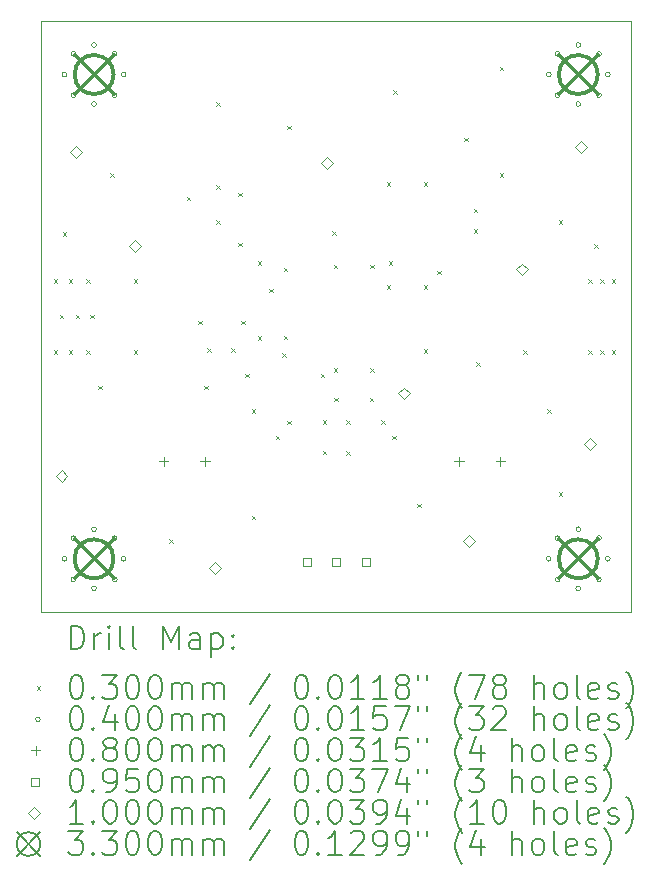
<source format=gbr>
%TF.GenerationSoftware,KiCad,Pcbnew,6.0.7-f9a2dced07~116~ubuntu20.04.1*%
%TF.CreationDate,2022-10-06T22:19:13-07:00*%
%TF.ProjectId,test-amp,74657374-2d61-46d7-902e-6b696361645f,rev?*%
%TF.SameCoordinates,Original*%
%TF.FileFunction,Drillmap*%
%TF.FilePolarity,Positive*%
%FSLAX45Y45*%
G04 Gerber Fmt 4.5, Leading zero omitted, Abs format (unit mm)*
G04 Created by KiCad (PCBNEW 6.0.7-f9a2dced07~116~ubuntu20.04.1) date 2022-10-06 22:19:13*
%MOMM*%
%LPD*%
G01*
G04 APERTURE LIST*
%ADD10C,0.100000*%
%ADD11C,0.200000*%
%ADD12C,0.030000*%
%ADD13C,0.040000*%
%ADD14C,0.080000*%
%ADD15C,0.095000*%
%ADD16C,0.330000*%
G04 APERTURE END LIST*
D10*
X15000000Y-7500000D02*
X15000000Y-12500000D01*
X20000000Y-7500000D02*
X15000000Y-7500000D01*
X20000000Y-12500000D02*
X20000000Y-7500000D01*
X15000000Y-12500000D02*
X20000000Y-12500000D01*
D11*
D12*
X15110000Y-9685000D02*
X15140000Y-9715000D01*
X15140000Y-9685000D02*
X15110000Y-9715000D01*
X15110000Y-10285000D02*
X15140000Y-10315000D01*
X15140000Y-10285000D02*
X15110000Y-10315000D01*
X15160000Y-9985000D02*
X15190000Y-10015000D01*
X15190000Y-9985000D02*
X15160000Y-10015000D01*
X15185000Y-9285000D02*
X15215000Y-9315000D01*
X15215000Y-9285000D02*
X15185000Y-9315000D01*
X15235000Y-9685000D02*
X15265000Y-9715000D01*
X15265000Y-9685000D02*
X15235000Y-9715000D01*
X15235000Y-10285000D02*
X15265000Y-10315000D01*
X15265000Y-10285000D02*
X15235000Y-10315000D01*
X15295000Y-9985000D02*
X15325000Y-10015000D01*
X15325000Y-9985000D02*
X15295000Y-10015000D01*
X15385000Y-9685000D02*
X15415000Y-9715000D01*
X15415000Y-9685000D02*
X15385000Y-9715000D01*
X15385000Y-10285000D02*
X15415000Y-10315000D01*
X15415000Y-10285000D02*
X15385000Y-10315000D01*
X15420000Y-9985000D02*
X15450000Y-10015000D01*
X15450000Y-9985000D02*
X15420000Y-10015000D01*
X15485000Y-10585000D02*
X15515000Y-10615000D01*
X15515000Y-10585000D02*
X15485000Y-10615000D01*
X15585000Y-8785000D02*
X15615000Y-8815000D01*
X15615000Y-8785000D02*
X15585000Y-8815000D01*
X15785000Y-9685000D02*
X15815000Y-9715000D01*
X15815000Y-9685000D02*
X15785000Y-9715000D01*
X15785000Y-10285000D02*
X15815000Y-10315000D01*
X15815000Y-10285000D02*
X15785000Y-10315000D01*
X16085000Y-11885000D02*
X16115000Y-11915000D01*
X16115000Y-11885000D02*
X16085000Y-11915000D01*
X16235000Y-8985000D02*
X16265000Y-9015000D01*
X16265000Y-8985000D02*
X16235000Y-9015000D01*
X16330000Y-10035000D02*
X16360000Y-10065000D01*
X16360000Y-10035000D02*
X16330000Y-10065000D01*
X16385000Y-10585000D02*
X16415000Y-10615000D01*
X16415000Y-10585000D02*
X16385000Y-10615000D01*
X16410000Y-10265000D02*
X16440000Y-10295000D01*
X16440000Y-10265000D02*
X16410000Y-10295000D01*
X16485000Y-8185000D02*
X16515000Y-8215000D01*
X16515000Y-8185000D02*
X16485000Y-8215000D01*
X16485000Y-8885000D02*
X16515000Y-8915000D01*
X16515000Y-8885000D02*
X16485000Y-8915000D01*
X16485000Y-9185000D02*
X16515000Y-9215000D01*
X16515000Y-9185000D02*
X16485000Y-9215000D01*
X16610000Y-10265000D02*
X16640000Y-10295000D01*
X16640000Y-10265000D02*
X16610000Y-10295000D01*
X16670000Y-8950000D02*
X16700000Y-8980000D01*
X16700000Y-8950000D02*
X16670000Y-8980000D01*
X16670000Y-9375000D02*
X16700000Y-9405000D01*
X16700000Y-9375000D02*
X16670000Y-9405000D01*
X16695000Y-10035000D02*
X16725000Y-10065000D01*
X16725000Y-10035000D02*
X16695000Y-10065000D01*
X16730000Y-10485000D02*
X16760000Y-10515000D01*
X16760000Y-10485000D02*
X16730000Y-10515000D01*
X16785000Y-10785000D02*
X16815000Y-10815000D01*
X16815000Y-10785000D02*
X16785000Y-10815000D01*
X16785000Y-11685000D02*
X16815000Y-11715000D01*
X16815000Y-11685000D02*
X16785000Y-11715000D01*
X16835000Y-9530000D02*
X16865000Y-9560000D01*
X16865000Y-9530000D02*
X16835000Y-9560000D01*
X16835000Y-10165000D02*
X16865000Y-10195000D01*
X16865000Y-10165000D02*
X16835000Y-10195000D01*
X16935000Y-9765000D02*
X16965000Y-9795000D01*
X16965000Y-9765000D02*
X16935000Y-9795000D01*
X16990000Y-11010000D02*
X17020000Y-11040000D01*
X17020000Y-11010000D02*
X16990000Y-11040000D01*
X17045000Y-10310000D02*
X17075000Y-10340000D01*
X17075000Y-10310000D02*
X17045000Y-10340000D01*
X17055000Y-9585000D02*
X17085000Y-9615000D01*
X17085000Y-9585000D02*
X17055000Y-9615000D01*
X17055000Y-10160000D02*
X17085000Y-10190000D01*
X17085000Y-10160000D02*
X17055000Y-10190000D01*
X17085000Y-8385000D02*
X17115000Y-8415000D01*
X17115000Y-8385000D02*
X17085000Y-8415000D01*
X17085000Y-10880000D02*
X17115000Y-10910000D01*
X17115000Y-10880000D02*
X17085000Y-10910000D01*
X17370000Y-10485000D02*
X17400000Y-10515000D01*
X17400000Y-10485000D02*
X17370000Y-10515000D01*
X17385000Y-10875000D02*
X17415000Y-10905000D01*
X17415000Y-10875000D02*
X17385000Y-10905000D01*
X17385000Y-11135000D02*
X17415000Y-11165000D01*
X17415000Y-11135000D02*
X17385000Y-11165000D01*
X17465000Y-9275000D02*
X17495000Y-9305000D01*
X17495000Y-9275000D02*
X17465000Y-9305000D01*
X17480000Y-9560000D02*
X17510000Y-9590000D01*
X17510000Y-9560000D02*
X17480000Y-9590000D01*
X17480000Y-10435000D02*
X17510000Y-10465000D01*
X17510000Y-10435000D02*
X17480000Y-10465000D01*
X17485000Y-10685000D02*
X17515000Y-10715000D01*
X17515000Y-10685000D02*
X17485000Y-10715000D01*
X17585000Y-10875000D02*
X17615000Y-10905000D01*
X17615000Y-10875000D02*
X17585000Y-10905000D01*
X17585000Y-11140000D02*
X17615000Y-11170000D01*
X17615000Y-11140000D02*
X17585000Y-11170000D01*
X17785000Y-10685000D02*
X17815000Y-10715000D01*
X17815000Y-10685000D02*
X17785000Y-10715000D01*
X17790000Y-9560000D02*
X17820000Y-9590000D01*
X17820000Y-9560000D02*
X17790000Y-9590000D01*
X17790000Y-10435000D02*
X17820000Y-10465000D01*
X17820000Y-10435000D02*
X17790000Y-10465000D01*
X17880000Y-10875000D02*
X17910000Y-10905000D01*
X17910000Y-10875000D02*
X17880000Y-10905000D01*
X17930000Y-8860000D02*
X17960000Y-8890000D01*
X17960000Y-8860000D02*
X17930000Y-8890000D01*
X17930000Y-9735000D02*
X17960000Y-9765000D01*
X17960000Y-9735000D02*
X17930000Y-9765000D01*
X17945000Y-9530000D02*
X17975000Y-9560000D01*
X17975000Y-9530000D02*
X17945000Y-9560000D01*
X17975000Y-11010000D02*
X18005000Y-11040000D01*
X18005000Y-11010000D02*
X17975000Y-11040000D01*
X17985000Y-8085000D02*
X18015000Y-8115000D01*
X18015000Y-8085000D02*
X17985000Y-8115000D01*
X18185000Y-11585000D02*
X18215000Y-11615000D01*
X18215000Y-11585000D02*
X18185000Y-11615000D01*
X18240000Y-8860000D02*
X18270000Y-8890000D01*
X18270000Y-8860000D02*
X18240000Y-8890000D01*
X18240000Y-9735000D02*
X18270000Y-9765000D01*
X18270000Y-9735000D02*
X18240000Y-9765000D01*
X18240000Y-10275000D02*
X18270000Y-10305000D01*
X18270000Y-10275000D02*
X18240000Y-10305000D01*
X18355000Y-9610000D02*
X18385000Y-9640000D01*
X18385000Y-9610000D02*
X18355000Y-9640000D01*
X18585000Y-8485000D02*
X18615000Y-8515000D01*
X18615000Y-8485000D02*
X18585000Y-8515000D01*
X18665000Y-9085000D02*
X18695000Y-9115000D01*
X18695000Y-9085000D02*
X18665000Y-9115000D01*
X18665000Y-9260000D02*
X18695000Y-9290000D01*
X18695000Y-9260000D02*
X18665000Y-9290000D01*
X18685000Y-10385000D02*
X18715000Y-10415000D01*
X18715000Y-10385000D02*
X18685000Y-10415000D01*
X18885000Y-7885000D02*
X18915000Y-7915000D01*
X18915000Y-7885000D02*
X18885000Y-7915000D01*
X18885000Y-8785000D02*
X18915000Y-8815000D01*
X18915000Y-8785000D02*
X18885000Y-8815000D01*
X19085000Y-10285000D02*
X19115000Y-10315000D01*
X19115000Y-10285000D02*
X19085000Y-10315000D01*
X19285000Y-10785000D02*
X19315000Y-10815000D01*
X19315000Y-10785000D02*
X19285000Y-10815000D01*
X19385000Y-9185000D02*
X19415000Y-9215000D01*
X19415000Y-9185000D02*
X19385000Y-9215000D01*
X19385000Y-11485000D02*
X19415000Y-11515000D01*
X19415000Y-11485000D02*
X19385000Y-11515000D01*
X19635000Y-9685000D02*
X19665000Y-9715000D01*
X19665000Y-9685000D02*
X19635000Y-9715000D01*
X19635000Y-10285000D02*
X19665000Y-10315000D01*
X19665000Y-10285000D02*
X19635000Y-10315000D01*
X19685000Y-9385000D02*
X19715000Y-9415000D01*
X19715000Y-9385000D02*
X19685000Y-9415000D01*
X19735000Y-9685000D02*
X19765000Y-9715000D01*
X19765000Y-9685000D02*
X19735000Y-9715000D01*
X19735000Y-10285000D02*
X19765000Y-10315000D01*
X19765000Y-10285000D02*
X19735000Y-10315000D01*
X19835000Y-9685000D02*
X19865000Y-9715000D01*
X19865000Y-9685000D02*
X19835000Y-9715000D01*
X19835000Y-10285000D02*
X19865000Y-10315000D01*
X19865000Y-10285000D02*
X19835000Y-10315000D01*
D13*
X15220000Y-7950000D02*
G75*
G03*
X15220000Y-7950000I-20000J0D01*
G01*
X15220000Y-12050000D02*
G75*
G03*
X15220000Y-12050000I-20000J0D01*
G01*
X15295000Y-7775000D02*
G75*
G03*
X15295000Y-7775000I-20000J0D01*
G01*
X15295000Y-8125000D02*
G75*
G03*
X15295000Y-8125000I-20000J0D01*
G01*
X15295000Y-11875000D02*
G75*
G03*
X15295000Y-11875000I-20000J0D01*
G01*
X15295000Y-12225000D02*
G75*
G03*
X15295000Y-12225000I-20000J0D01*
G01*
X15470000Y-7700000D02*
G75*
G03*
X15470000Y-7700000I-20000J0D01*
G01*
X15470000Y-8200000D02*
G75*
G03*
X15470000Y-8200000I-20000J0D01*
G01*
X15470000Y-11800000D02*
G75*
G03*
X15470000Y-11800000I-20000J0D01*
G01*
X15470000Y-12300000D02*
G75*
G03*
X15470000Y-12300000I-20000J0D01*
G01*
X15645000Y-7775000D02*
G75*
G03*
X15645000Y-7775000I-20000J0D01*
G01*
X15645000Y-8125000D02*
G75*
G03*
X15645000Y-8125000I-20000J0D01*
G01*
X15645000Y-11875000D02*
G75*
G03*
X15645000Y-11875000I-20000J0D01*
G01*
X15645000Y-12225000D02*
G75*
G03*
X15645000Y-12225000I-20000J0D01*
G01*
X15720000Y-7950000D02*
G75*
G03*
X15720000Y-7950000I-20000J0D01*
G01*
X15720000Y-12050000D02*
G75*
G03*
X15720000Y-12050000I-20000J0D01*
G01*
X19320000Y-7950000D02*
G75*
G03*
X19320000Y-7950000I-20000J0D01*
G01*
X19320000Y-12050000D02*
G75*
G03*
X19320000Y-12050000I-20000J0D01*
G01*
X19395000Y-7775000D02*
G75*
G03*
X19395000Y-7775000I-20000J0D01*
G01*
X19395000Y-8125000D02*
G75*
G03*
X19395000Y-8125000I-20000J0D01*
G01*
X19395000Y-11875000D02*
G75*
G03*
X19395000Y-11875000I-20000J0D01*
G01*
X19395000Y-12225000D02*
G75*
G03*
X19395000Y-12225000I-20000J0D01*
G01*
X19570000Y-7700000D02*
G75*
G03*
X19570000Y-7700000I-20000J0D01*
G01*
X19570000Y-8200000D02*
G75*
G03*
X19570000Y-8200000I-20000J0D01*
G01*
X19570000Y-11800000D02*
G75*
G03*
X19570000Y-11800000I-20000J0D01*
G01*
X19570000Y-12300000D02*
G75*
G03*
X19570000Y-12300000I-20000J0D01*
G01*
X19745000Y-7775000D02*
G75*
G03*
X19745000Y-7775000I-20000J0D01*
G01*
X19745000Y-8125000D02*
G75*
G03*
X19745000Y-8125000I-20000J0D01*
G01*
X19745000Y-11875000D02*
G75*
G03*
X19745000Y-11875000I-20000J0D01*
G01*
X19745000Y-12225000D02*
G75*
G03*
X19745000Y-12225000I-20000J0D01*
G01*
X19820000Y-7950000D02*
G75*
G03*
X19820000Y-7950000I-20000J0D01*
G01*
X19820000Y-12050000D02*
G75*
G03*
X19820000Y-12050000I-20000J0D01*
G01*
D14*
X16040265Y-11185000D02*
X16040265Y-11265000D01*
X16000265Y-11225000D02*
X16080265Y-11225000D01*
X16390265Y-11185000D02*
X16390265Y-11265000D01*
X16350265Y-11225000D02*
X16430265Y-11225000D01*
X18540265Y-11185000D02*
X18540265Y-11265000D01*
X18500265Y-11225000D02*
X18580265Y-11225000D01*
X18890265Y-11185000D02*
X18890265Y-11265000D01*
X18850265Y-11225000D02*
X18930265Y-11225000D01*
D15*
X17283588Y-12108588D02*
X17283588Y-12041412D01*
X17216412Y-12041412D01*
X17216412Y-12108588D01*
X17283588Y-12108588D01*
X17533588Y-12108588D02*
X17533588Y-12041412D01*
X17466412Y-12041412D01*
X17466412Y-12108588D01*
X17533588Y-12108588D01*
X17783588Y-12108588D02*
X17783588Y-12041412D01*
X17716412Y-12041412D01*
X17716412Y-12108588D01*
X17783588Y-12108588D01*
D10*
X15175000Y-11400000D02*
X15225000Y-11350000D01*
X15175000Y-11300000D01*
X15125000Y-11350000D01*
X15175000Y-11400000D01*
X15295000Y-8655000D02*
X15345000Y-8605000D01*
X15295000Y-8555000D01*
X15245000Y-8605000D01*
X15295000Y-8655000D01*
X15800000Y-9450000D02*
X15850000Y-9400000D01*
X15800000Y-9350000D01*
X15750000Y-9400000D01*
X15800000Y-9450000D01*
X16475000Y-12175000D02*
X16525000Y-12125000D01*
X16475000Y-12075000D01*
X16425000Y-12125000D01*
X16475000Y-12175000D01*
X17425000Y-8750000D02*
X17475000Y-8700000D01*
X17425000Y-8650000D01*
X17375000Y-8700000D01*
X17425000Y-8750000D01*
X18075000Y-10700000D02*
X18125000Y-10650000D01*
X18075000Y-10600000D01*
X18025000Y-10650000D01*
X18075000Y-10700000D01*
X18625000Y-11950000D02*
X18675000Y-11900000D01*
X18625000Y-11850000D01*
X18575000Y-11900000D01*
X18625000Y-11950000D01*
X19075000Y-9650000D02*
X19125000Y-9600000D01*
X19075000Y-9550000D01*
X19025000Y-9600000D01*
X19075000Y-9650000D01*
X19575000Y-8615000D02*
X19625000Y-8565000D01*
X19575000Y-8515000D01*
X19525000Y-8565000D01*
X19575000Y-8615000D01*
X19650000Y-11125000D02*
X19700000Y-11075000D01*
X19650000Y-11025000D01*
X19600000Y-11075000D01*
X19650000Y-11125000D01*
D16*
X15285000Y-7785000D02*
X15615000Y-8115000D01*
X15615000Y-7785000D02*
X15285000Y-8115000D01*
X15615000Y-7950000D02*
G75*
G03*
X15615000Y-7950000I-165000J0D01*
G01*
X15285000Y-11885000D02*
X15615000Y-12215000D01*
X15615000Y-11885000D02*
X15285000Y-12215000D01*
X15615000Y-12050000D02*
G75*
G03*
X15615000Y-12050000I-165000J0D01*
G01*
X19385000Y-7785000D02*
X19715000Y-8115000D01*
X19715000Y-7785000D02*
X19385000Y-8115000D01*
X19715000Y-7950000D02*
G75*
G03*
X19715000Y-7950000I-165000J0D01*
G01*
X19385000Y-11885000D02*
X19715000Y-12215000D01*
X19715000Y-11885000D02*
X19385000Y-12215000D01*
X19715000Y-12050000D02*
G75*
G03*
X19715000Y-12050000I-165000J0D01*
G01*
D11*
X15252619Y-12815476D02*
X15252619Y-12615476D01*
X15300238Y-12615476D01*
X15328809Y-12625000D01*
X15347857Y-12644048D01*
X15357381Y-12663095D01*
X15366905Y-12701190D01*
X15366905Y-12729762D01*
X15357381Y-12767857D01*
X15347857Y-12786905D01*
X15328809Y-12805952D01*
X15300238Y-12815476D01*
X15252619Y-12815476D01*
X15452619Y-12815476D02*
X15452619Y-12682143D01*
X15452619Y-12720238D02*
X15462143Y-12701190D01*
X15471667Y-12691667D01*
X15490714Y-12682143D01*
X15509762Y-12682143D01*
X15576428Y-12815476D02*
X15576428Y-12682143D01*
X15576428Y-12615476D02*
X15566905Y-12625000D01*
X15576428Y-12634524D01*
X15585952Y-12625000D01*
X15576428Y-12615476D01*
X15576428Y-12634524D01*
X15700238Y-12815476D02*
X15681190Y-12805952D01*
X15671667Y-12786905D01*
X15671667Y-12615476D01*
X15805000Y-12815476D02*
X15785952Y-12805952D01*
X15776428Y-12786905D01*
X15776428Y-12615476D01*
X16033571Y-12815476D02*
X16033571Y-12615476D01*
X16100238Y-12758333D01*
X16166905Y-12615476D01*
X16166905Y-12815476D01*
X16347857Y-12815476D02*
X16347857Y-12710714D01*
X16338333Y-12691667D01*
X16319286Y-12682143D01*
X16281190Y-12682143D01*
X16262143Y-12691667D01*
X16347857Y-12805952D02*
X16328809Y-12815476D01*
X16281190Y-12815476D01*
X16262143Y-12805952D01*
X16252619Y-12786905D01*
X16252619Y-12767857D01*
X16262143Y-12748809D01*
X16281190Y-12739286D01*
X16328809Y-12739286D01*
X16347857Y-12729762D01*
X16443095Y-12682143D02*
X16443095Y-12882143D01*
X16443095Y-12691667D02*
X16462143Y-12682143D01*
X16500238Y-12682143D01*
X16519286Y-12691667D01*
X16528809Y-12701190D01*
X16538333Y-12720238D01*
X16538333Y-12777381D01*
X16528809Y-12796428D01*
X16519286Y-12805952D01*
X16500238Y-12815476D01*
X16462143Y-12815476D01*
X16443095Y-12805952D01*
X16624048Y-12796428D02*
X16633571Y-12805952D01*
X16624048Y-12815476D01*
X16614524Y-12805952D01*
X16624048Y-12796428D01*
X16624048Y-12815476D01*
X16624048Y-12691667D02*
X16633571Y-12701190D01*
X16624048Y-12710714D01*
X16614524Y-12701190D01*
X16624048Y-12691667D01*
X16624048Y-12710714D01*
D12*
X14965000Y-13130000D02*
X14995000Y-13160000D01*
X14995000Y-13130000D02*
X14965000Y-13160000D01*
D11*
X15290714Y-13035476D02*
X15309762Y-13035476D01*
X15328809Y-13045000D01*
X15338333Y-13054524D01*
X15347857Y-13073571D01*
X15357381Y-13111667D01*
X15357381Y-13159286D01*
X15347857Y-13197381D01*
X15338333Y-13216428D01*
X15328809Y-13225952D01*
X15309762Y-13235476D01*
X15290714Y-13235476D01*
X15271667Y-13225952D01*
X15262143Y-13216428D01*
X15252619Y-13197381D01*
X15243095Y-13159286D01*
X15243095Y-13111667D01*
X15252619Y-13073571D01*
X15262143Y-13054524D01*
X15271667Y-13045000D01*
X15290714Y-13035476D01*
X15443095Y-13216428D02*
X15452619Y-13225952D01*
X15443095Y-13235476D01*
X15433571Y-13225952D01*
X15443095Y-13216428D01*
X15443095Y-13235476D01*
X15519286Y-13035476D02*
X15643095Y-13035476D01*
X15576428Y-13111667D01*
X15605000Y-13111667D01*
X15624048Y-13121190D01*
X15633571Y-13130714D01*
X15643095Y-13149762D01*
X15643095Y-13197381D01*
X15633571Y-13216428D01*
X15624048Y-13225952D01*
X15605000Y-13235476D01*
X15547857Y-13235476D01*
X15528809Y-13225952D01*
X15519286Y-13216428D01*
X15766905Y-13035476D02*
X15785952Y-13035476D01*
X15805000Y-13045000D01*
X15814524Y-13054524D01*
X15824048Y-13073571D01*
X15833571Y-13111667D01*
X15833571Y-13159286D01*
X15824048Y-13197381D01*
X15814524Y-13216428D01*
X15805000Y-13225952D01*
X15785952Y-13235476D01*
X15766905Y-13235476D01*
X15747857Y-13225952D01*
X15738333Y-13216428D01*
X15728809Y-13197381D01*
X15719286Y-13159286D01*
X15719286Y-13111667D01*
X15728809Y-13073571D01*
X15738333Y-13054524D01*
X15747857Y-13045000D01*
X15766905Y-13035476D01*
X15957381Y-13035476D02*
X15976428Y-13035476D01*
X15995476Y-13045000D01*
X16005000Y-13054524D01*
X16014524Y-13073571D01*
X16024048Y-13111667D01*
X16024048Y-13159286D01*
X16014524Y-13197381D01*
X16005000Y-13216428D01*
X15995476Y-13225952D01*
X15976428Y-13235476D01*
X15957381Y-13235476D01*
X15938333Y-13225952D01*
X15928809Y-13216428D01*
X15919286Y-13197381D01*
X15909762Y-13159286D01*
X15909762Y-13111667D01*
X15919286Y-13073571D01*
X15928809Y-13054524D01*
X15938333Y-13045000D01*
X15957381Y-13035476D01*
X16109762Y-13235476D02*
X16109762Y-13102143D01*
X16109762Y-13121190D02*
X16119286Y-13111667D01*
X16138333Y-13102143D01*
X16166905Y-13102143D01*
X16185952Y-13111667D01*
X16195476Y-13130714D01*
X16195476Y-13235476D01*
X16195476Y-13130714D02*
X16205000Y-13111667D01*
X16224048Y-13102143D01*
X16252619Y-13102143D01*
X16271667Y-13111667D01*
X16281190Y-13130714D01*
X16281190Y-13235476D01*
X16376428Y-13235476D02*
X16376428Y-13102143D01*
X16376428Y-13121190D02*
X16385952Y-13111667D01*
X16405000Y-13102143D01*
X16433571Y-13102143D01*
X16452619Y-13111667D01*
X16462143Y-13130714D01*
X16462143Y-13235476D01*
X16462143Y-13130714D02*
X16471667Y-13111667D01*
X16490714Y-13102143D01*
X16519286Y-13102143D01*
X16538333Y-13111667D01*
X16547857Y-13130714D01*
X16547857Y-13235476D01*
X16938333Y-13025952D02*
X16766905Y-13283095D01*
X17195476Y-13035476D02*
X17214524Y-13035476D01*
X17233571Y-13045000D01*
X17243095Y-13054524D01*
X17252619Y-13073571D01*
X17262143Y-13111667D01*
X17262143Y-13159286D01*
X17252619Y-13197381D01*
X17243095Y-13216428D01*
X17233571Y-13225952D01*
X17214524Y-13235476D01*
X17195476Y-13235476D01*
X17176429Y-13225952D01*
X17166905Y-13216428D01*
X17157381Y-13197381D01*
X17147857Y-13159286D01*
X17147857Y-13111667D01*
X17157381Y-13073571D01*
X17166905Y-13054524D01*
X17176429Y-13045000D01*
X17195476Y-13035476D01*
X17347857Y-13216428D02*
X17357381Y-13225952D01*
X17347857Y-13235476D01*
X17338333Y-13225952D01*
X17347857Y-13216428D01*
X17347857Y-13235476D01*
X17481190Y-13035476D02*
X17500238Y-13035476D01*
X17519286Y-13045000D01*
X17528810Y-13054524D01*
X17538333Y-13073571D01*
X17547857Y-13111667D01*
X17547857Y-13159286D01*
X17538333Y-13197381D01*
X17528810Y-13216428D01*
X17519286Y-13225952D01*
X17500238Y-13235476D01*
X17481190Y-13235476D01*
X17462143Y-13225952D01*
X17452619Y-13216428D01*
X17443095Y-13197381D01*
X17433571Y-13159286D01*
X17433571Y-13111667D01*
X17443095Y-13073571D01*
X17452619Y-13054524D01*
X17462143Y-13045000D01*
X17481190Y-13035476D01*
X17738333Y-13235476D02*
X17624048Y-13235476D01*
X17681190Y-13235476D02*
X17681190Y-13035476D01*
X17662143Y-13064048D01*
X17643095Y-13083095D01*
X17624048Y-13092619D01*
X17928810Y-13235476D02*
X17814524Y-13235476D01*
X17871667Y-13235476D02*
X17871667Y-13035476D01*
X17852619Y-13064048D01*
X17833571Y-13083095D01*
X17814524Y-13092619D01*
X18043095Y-13121190D02*
X18024048Y-13111667D01*
X18014524Y-13102143D01*
X18005000Y-13083095D01*
X18005000Y-13073571D01*
X18014524Y-13054524D01*
X18024048Y-13045000D01*
X18043095Y-13035476D01*
X18081190Y-13035476D01*
X18100238Y-13045000D01*
X18109762Y-13054524D01*
X18119286Y-13073571D01*
X18119286Y-13083095D01*
X18109762Y-13102143D01*
X18100238Y-13111667D01*
X18081190Y-13121190D01*
X18043095Y-13121190D01*
X18024048Y-13130714D01*
X18014524Y-13140238D01*
X18005000Y-13159286D01*
X18005000Y-13197381D01*
X18014524Y-13216428D01*
X18024048Y-13225952D01*
X18043095Y-13235476D01*
X18081190Y-13235476D01*
X18100238Y-13225952D01*
X18109762Y-13216428D01*
X18119286Y-13197381D01*
X18119286Y-13159286D01*
X18109762Y-13140238D01*
X18100238Y-13130714D01*
X18081190Y-13121190D01*
X18195476Y-13035476D02*
X18195476Y-13073571D01*
X18271667Y-13035476D02*
X18271667Y-13073571D01*
X18566905Y-13311667D02*
X18557381Y-13302143D01*
X18538333Y-13273571D01*
X18528810Y-13254524D01*
X18519286Y-13225952D01*
X18509762Y-13178333D01*
X18509762Y-13140238D01*
X18519286Y-13092619D01*
X18528810Y-13064048D01*
X18538333Y-13045000D01*
X18557381Y-13016428D01*
X18566905Y-13006905D01*
X18624048Y-13035476D02*
X18757381Y-13035476D01*
X18671667Y-13235476D01*
X18862143Y-13121190D02*
X18843095Y-13111667D01*
X18833571Y-13102143D01*
X18824048Y-13083095D01*
X18824048Y-13073571D01*
X18833571Y-13054524D01*
X18843095Y-13045000D01*
X18862143Y-13035476D01*
X18900238Y-13035476D01*
X18919286Y-13045000D01*
X18928810Y-13054524D01*
X18938333Y-13073571D01*
X18938333Y-13083095D01*
X18928810Y-13102143D01*
X18919286Y-13111667D01*
X18900238Y-13121190D01*
X18862143Y-13121190D01*
X18843095Y-13130714D01*
X18833571Y-13140238D01*
X18824048Y-13159286D01*
X18824048Y-13197381D01*
X18833571Y-13216428D01*
X18843095Y-13225952D01*
X18862143Y-13235476D01*
X18900238Y-13235476D01*
X18919286Y-13225952D01*
X18928810Y-13216428D01*
X18938333Y-13197381D01*
X18938333Y-13159286D01*
X18928810Y-13140238D01*
X18919286Y-13130714D01*
X18900238Y-13121190D01*
X19176429Y-13235476D02*
X19176429Y-13035476D01*
X19262143Y-13235476D02*
X19262143Y-13130714D01*
X19252619Y-13111667D01*
X19233571Y-13102143D01*
X19205000Y-13102143D01*
X19185952Y-13111667D01*
X19176429Y-13121190D01*
X19385952Y-13235476D02*
X19366905Y-13225952D01*
X19357381Y-13216428D01*
X19347857Y-13197381D01*
X19347857Y-13140238D01*
X19357381Y-13121190D01*
X19366905Y-13111667D01*
X19385952Y-13102143D01*
X19414524Y-13102143D01*
X19433571Y-13111667D01*
X19443095Y-13121190D01*
X19452619Y-13140238D01*
X19452619Y-13197381D01*
X19443095Y-13216428D01*
X19433571Y-13225952D01*
X19414524Y-13235476D01*
X19385952Y-13235476D01*
X19566905Y-13235476D02*
X19547857Y-13225952D01*
X19538333Y-13206905D01*
X19538333Y-13035476D01*
X19719286Y-13225952D02*
X19700238Y-13235476D01*
X19662143Y-13235476D01*
X19643095Y-13225952D01*
X19633571Y-13206905D01*
X19633571Y-13130714D01*
X19643095Y-13111667D01*
X19662143Y-13102143D01*
X19700238Y-13102143D01*
X19719286Y-13111667D01*
X19728810Y-13130714D01*
X19728810Y-13149762D01*
X19633571Y-13168809D01*
X19805000Y-13225952D02*
X19824048Y-13235476D01*
X19862143Y-13235476D01*
X19881190Y-13225952D01*
X19890714Y-13206905D01*
X19890714Y-13197381D01*
X19881190Y-13178333D01*
X19862143Y-13168809D01*
X19833571Y-13168809D01*
X19814524Y-13159286D01*
X19805000Y-13140238D01*
X19805000Y-13130714D01*
X19814524Y-13111667D01*
X19833571Y-13102143D01*
X19862143Y-13102143D01*
X19881190Y-13111667D01*
X19957381Y-13311667D02*
X19966905Y-13302143D01*
X19985952Y-13273571D01*
X19995476Y-13254524D01*
X20005000Y-13225952D01*
X20014524Y-13178333D01*
X20014524Y-13140238D01*
X20005000Y-13092619D01*
X19995476Y-13064048D01*
X19985952Y-13045000D01*
X19966905Y-13016428D01*
X19957381Y-13006905D01*
D13*
X14995000Y-13409000D02*
G75*
G03*
X14995000Y-13409000I-20000J0D01*
G01*
D11*
X15290714Y-13299476D02*
X15309762Y-13299476D01*
X15328809Y-13309000D01*
X15338333Y-13318524D01*
X15347857Y-13337571D01*
X15357381Y-13375667D01*
X15357381Y-13423286D01*
X15347857Y-13461381D01*
X15338333Y-13480428D01*
X15328809Y-13489952D01*
X15309762Y-13499476D01*
X15290714Y-13499476D01*
X15271667Y-13489952D01*
X15262143Y-13480428D01*
X15252619Y-13461381D01*
X15243095Y-13423286D01*
X15243095Y-13375667D01*
X15252619Y-13337571D01*
X15262143Y-13318524D01*
X15271667Y-13309000D01*
X15290714Y-13299476D01*
X15443095Y-13480428D02*
X15452619Y-13489952D01*
X15443095Y-13499476D01*
X15433571Y-13489952D01*
X15443095Y-13480428D01*
X15443095Y-13499476D01*
X15624048Y-13366143D02*
X15624048Y-13499476D01*
X15576428Y-13289952D02*
X15528809Y-13432809D01*
X15652619Y-13432809D01*
X15766905Y-13299476D02*
X15785952Y-13299476D01*
X15805000Y-13309000D01*
X15814524Y-13318524D01*
X15824048Y-13337571D01*
X15833571Y-13375667D01*
X15833571Y-13423286D01*
X15824048Y-13461381D01*
X15814524Y-13480428D01*
X15805000Y-13489952D01*
X15785952Y-13499476D01*
X15766905Y-13499476D01*
X15747857Y-13489952D01*
X15738333Y-13480428D01*
X15728809Y-13461381D01*
X15719286Y-13423286D01*
X15719286Y-13375667D01*
X15728809Y-13337571D01*
X15738333Y-13318524D01*
X15747857Y-13309000D01*
X15766905Y-13299476D01*
X15957381Y-13299476D02*
X15976428Y-13299476D01*
X15995476Y-13309000D01*
X16005000Y-13318524D01*
X16014524Y-13337571D01*
X16024048Y-13375667D01*
X16024048Y-13423286D01*
X16014524Y-13461381D01*
X16005000Y-13480428D01*
X15995476Y-13489952D01*
X15976428Y-13499476D01*
X15957381Y-13499476D01*
X15938333Y-13489952D01*
X15928809Y-13480428D01*
X15919286Y-13461381D01*
X15909762Y-13423286D01*
X15909762Y-13375667D01*
X15919286Y-13337571D01*
X15928809Y-13318524D01*
X15938333Y-13309000D01*
X15957381Y-13299476D01*
X16109762Y-13499476D02*
X16109762Y-13366143D01*
X16109762Y-13385190D02*
X16119286Y-13375667D01*
X16138333Y-13366143D01*
X16166905Y-13366143D01*
X16185952Y-13375667D01*
X16195476Y-13394714D01*
X16195476Y-13499476D01*
X16195476Y-13394714D02*
X16205000Y-13375667D01*
X16224048Y-13366143D01*
X16252619Y-13366143D01*
X16271667Y-13375667D01*
X16281190Y-13394714D01*
X16281190Y-13499476D01*
X16376428Y-13499476D02*
X16376428Y-13366143D01*
X16376428Y-13385190D02*
X16385952Y-13375667D01*
X16405000Y-13366143D01*
X16433571Y-13366143D01*
X16452619Y-13375667D01*
X16462143Y-13394714D01*
X16462143Y-13499476D01*
X16462143Y-13394714D02*
X16471667Y-13375667D01*
X16490714Y-13366143D01*
X16519286Y-13366143D01*
X16538333Y-13375667D01*
X16547857Y-13394714D01*
X16547857Y-13499476D01*
X16938333Y-13289952D02*
X16766905Y-13547095D01*
X17195476Y-13299476D02*
X17214524Y-13299476D01*
X17233571Y-13309000D01*
X17243095Y-13318524D01*
X17252619Y-13337571D01*
X17262143Y-13375667D01*
X17262143Y-13423286D01*
X17252619Y-13461381D01*
X17243095Y-13480428D01*
X17233571Y-13489952D01*
X17214524Y-13499476D01*
X17195476Y-13499476D01*
X17176429Y-13489952D01*
X17166905Y-13480428D01*
X17157381Y-13461381D01*
X17147857Y-13423286D01*
X17147857Y-13375667D01*
X17157381Y-13337571D01*
X17166905Y-13318524D01*
X17176429Y-13309000D01*
X17195476Y-13299476D01*
X17347857Y-13480428D02*
X17357381Y-13489952D01*
X17347857Y-13499476D01*
X17338333Y-13489952D01*
X17347857Y-13480428D01*
X17347857Y-13499476D01*
X17481190Y-13299476D02*
X17500238Y-13299476D01*
X17519286Y-13309000D01*
X17528810Y-13318524D01*
X17538333Y-13337571D01*
X17547857Y-13375667D01*
X17547857Y-13423286D01*
X17538333Y-13461381D01*
X17528810Y-13480428D01*
X17519286Y-13489952D01*
X17500238Y-13499476D01*
X17481190Y-13499476D01*
X17462143Y-13489952D01*
X17452619Y-13480428D01*
X17443095Y-13461381D01*
X17433571Y-13423286D01*
X17433571Y-13375667D01*
X17443095Y-13337571D01*
X17452619Y-13318524D01*
X17462143Y-13309000D01*
X17481190Y-13299476D01*
X17738333Y-13499476D02*
X17624048Y-13499476D01*
X17681190Y-13499476D02*
X17681190Y-13299476D01*
X17662143Y-13328048D01*
X17643095Y-13347095D01*
X17624048Y-13356619D01*
X17919286Y-13299476D02*
X17824048Y-13299476D01*
X17814524Y-13394714D01*
X17824048Y-13385190D01*
X17843095Y-13375667D01*
X17890714Y-13375667D01*
X17909762Y-13385190D01*
X17919286Y-13394714D01*
X17928810Y-13413762D01*
X17928810Y-13461381D01*
X17919286Y-13480428D01*
X17909762Y-13489952D01*
X17890714Y-13499476D01*
X17843095Y-13499476D01*
X17824048Y-13489952D01*
X17814524Y-13480428D01*
X17995476Y-13299476D02*
X18128810Y-13299476D01*
X18043095Y-13499476D01*
X18195476Y-13299476D02*
X18195476Y-13337571D01*
X18271667Y-13299476D02*
X18271667Y-13337571D01*
X18566905Y-13575667D02*
X18557381Y-13566143D01*
X18538333Y-13537571D01*
X18528810Y-13518524D01*
X18519286Y-13489952D01*
X18509762Y-13442333D01*
X18509762Y-13404238D01*
X18519286Y-13356619D01*
X18528810Y-13328048D01*
X18538333Y-13309000D01*
X18557381Y-13280428D01*
X18566905Y-13270905D01*
X18624048Y-13299476D02*
X18747857Y-13299476D01*
X18681190Y-13375667D01*
X18709762Y-13375667D01*
X18728810Y-13385190D01*
X18738333Y-13394714D01*
X18747857Y-13413762D01*
X18747857Y-13461381D01*
X18738333Y-13480428D01*
X18728810Y-13489952D01*
X18709762Y-13499476D01*
X18652619Y-13499476D01*
X18633571Y-13489952D01*
X18624048Y-13480428D01*
X18824048Y-13318524D02*
X18833571Y-13309000D01*
X18852619Y-13299476D01*
X18900238Y-13299476D01*
X18919286Y-13309000D01*
X18928810Y-13318524D01*
X18938333Y-13337571D01*
X18938333Y-13356619D01*
X18928810Y-13385190D01*
X18814524Y-13499476D01*
X18938333Y-13499476D01*
X19176429Y-13499476D02*
X19176429Y-13299476D01*
X19262143Y-13499476D02*
X19262143Y-13394714D01*
X19252619Y-13375667D01*
X19233571Y-13366143D01*
X19205000Y-13366143D01*
X19185952Y-13375667D01*
X19176429Y-13385190D01*
X19385952Y-13499476D02*
X19366905Y-13489952D01*
X19357381Y-13480428D01*
X19347857Y-13461381D01*
X19347857Y-13404238D01*
X19357381Y-13385190D01*
X19366905Y-13375667D01*
X19385952Y-13366143D01*
X19414524Y-13366143D01*
X19433571Y-13375667D01*
X19443095Y-13385190D01*
X19452619Y-13404238D01*
X19452619Y-13461381D01*
X19443095Y-13480428D01*
X19433571Y-13489952D01*
X19414524Y-13499476D01*
X19385952Y-13499476D01*
X19566905Y-13499476D02*
X19547857Y-13489952D01*
X19538333Y-13470905D01*
X19538333Y-13299476D01*
X19719286Y-13489952D02*
X19700238Y-13499476D01*
X19662143Y-13499476D01*
X19643095Y-13489952D01*
X19633571Y-13470905D01*
X19633571Y-13394714D01*
X19643095Y-13375667D01*
X19662143Y-13366143D01*
X19700238Y-13366143D01*
X19719286Y-13375667D01*
X19728810Y-13394714D01*
X19728810Y-13413762D01*
X19633571Y-13432809D01*
X19805000Y-13489952D02*
X19824048Y-13499476D01*
X19862143Y-13499476D01*
X19881190Y-13489952D01*
X19890714Y-13470905D01*
X19890714Y-13461381D01*
X19881190Y-13442333D01*
X19862143Y-13432809D01*
X19833571Y-13432809D01*
X19814524Y-13423286D01*
X19805000Y-13404238D01*
X19805000Y-13394714D01*
X19814524Y-13375667D01*
X19833571Y-13366143D01*
X19862143Y-13366143D01*
X19881190Y-13375667D01*
X19957381Y-13575667D02*
X19966905Y-13566143D01*
X19985952Y-13537571D01*
X19995476Y-13518524D01*
X20005000Y-13489952D01*
X20014524Y-13442333D01*
X20014524Y-13404238D01*
X20005000Y-13356619D01*
X19995476Y-13328048D01*
X19985952Y-13309000D01*
X19966905Y-13280428D01*
X19957381Y-13270905D01*
D14*
X14955000Y-13633000D02*
X14955000Y-13713000D01*
X14915000Y-13673000D02*
X14995000Y-13673000D01*
D11*
X15290714Y-13563476D02*
X15309762Y-13563476D01*
X15328809Y-13573000D01*
X15338333Y-13582524D01*
X15347857Y-13601571D01*
X15357381Y-13639667D01*
X15357381Y-13687286D01*
X15347857Y-13725381D01*
X15338333Y-13744428D01*
X15328809Y-13753952D01*
X15309762Y-13763476D01*
X15290714Y-13763476D01*
X15271667Y-13753952D01*
X15262143Y-13744428D01*
X15252619Y-13725381D01*
X15243095Y-13687286D01*
X15243095Y-13639667D01*
X15252619Y-13601571D01*
X15262143Y-13582524D01*
X15271667Y-13573000D01*
X15290714Y-13563476D01*
X15443095Y-13744428D02*
X15452619Y-13753952D01*
X15443095Y-13763476D01*
X15433571Y-13753952D01*
X15443095Y-13744428D01*
X15443095Y-13763476D01*
X15566905Y-13649190D02*
X15547857Y-13639667D01*
X15538333Y-13630143D01*
X15528809Y-13611095D01*
X15528809Y-13601571D01*
X15538333Y-13582524D01*
X15547857Y-13573000D01*
X15566905Y-13563476D01*
X15605000Y-13563476D01*
X15624048Y-13573000D01*
X15633571Y-13582524D01*
X15643095Y-13601571D01*
X15643095Y-13611095D01*
X15633571Y-13630143D01*
X15624048Y-13639667D01*
X15605000Y-13649190D01*
X15566905Y-13649190D01*
X15547857Y-13658714D01*
X15538333Y-13668238D01*
X15528809Y-13687286D01*
X15528809Y-13725381D01*
X15538333Y-13744428D01*
X15547857Y-13753952D01*
X15566905Y-13763476D01*
X15605000Y-13763476D01*
X15624048Y-13753952D01*
X15633571Y-13744428D01*
X15643095Y-13725381D01*
X15643095Y-13687286D01*
X15633571Y-13668238D01*
X15624048Y-13658714D01*
X15605000Y-13649190D01*
X15766905Y-13563476D02*
X15785952Y-13563476D01*
X15805000Y-13573000D01*
X15814524Y-13582524D01*
X15824048Y-13601571D01*
X15833571Y-13639667D01*
X15833571Y-13687286D01*
X15824048Y-13725381D01*
X15814524Y-13744428D01*
X15805000Y-13753952D01*
X15785952Y-13763476D01*
X15766905Y-13763476D01*
X15747857Y-13753952D01*
X15738333Y-13744428D01*
X15728809Y-13725381D01*
X15719286Y-13687286D01*
X15719286Y-13639667D01*
X15728809Y-13601571D01*
X15738333Y-13582524D01*
X15747857Y-13573000D01*
X15766905Y-13563476D01*
X15957381Y-13563476D02*
X15976428Y-13563476D01*
X15995476Y-13573000D01*
X16005000Y-13582524D01*
X16014524Y-13601571D01*
X16024048Y-13639667D01*
X16024048Y-13687286D01*
X16014524Y-13725381D01*
X16005000Y-13744428D01*
X15995476Y-13753952D01*
X15976428Y-13763476D01*
X15957381Y-13763476D01*
X15938333Y-13753952D01*
X15928809Y-13744428D01*
X15919286Y-13725381D01*
X15909762Y-13687286D01*
X15909762Y-13639667D01*
X15919286Y-13601571D01*
X15928809Y-13582524D01*
X15938333Y-13573000D01*
X15957381Y-13563476D01*
X16109762Y-13763476D02*
X16109762Y-13630143D01*
X16109762Y-13649190D02*
X16119286Y-13639667D01*
X16138333Y-13630143D01*
X16166905Y-13630143D01*
X16185952Y-13639667D01*
X16195476Y-13658714D01*
X16195476Y-13763476D01*
X16195476Y-13658714D02*
X16205000Y-13639667D01*
X16224048Y-13630143D01*
X16252619Y-13630143D01*
X16271667Y-13639667D01*
X16281190Y-13658714D01*
X16281190Y-13763476D01*
X16376428Y-13763476D02*
X16376428Y-13630143D01*
X16376428Y-13649190D02*
X16385952Y-13639667D01*
X16405000Y-13630143D01*
X16433571Y-13630143D01*
X16452619Y-13639667D01*
X16462143Y-13658714D01*
X16462143Y-13763476D01*
X16462143Y-13658714D02*
X16471667Y-13639667D01*
X16490714Y-13630143D01*
X16519286Y-13630143D01*
X16538333Y-13639667D01*
X16547857Y-13658714D01*
X16547857Y-13763476D01*
X16938333Y-13553952D02*
X16766905Y-13811095D01*
X17195476Y-13563476D02*
X17214524Y-13563476D01*
X17233571Y-13573000D01*
X17243095Y-13582524D01*
X17252619Y-13601571D01*
X17262143Y-13639667D01*
X17262143Y-13687286D01*
X17252619Y-13725381D01*
X17243095Y-13744428D01*
X17233571Y-13753952D01*
X17214524Y-13763476D01*
X17195476Y-13763476D01*
X17176429Y-13753952D01*
X17166905Y-13744428D01*
X17157381Y-13725381D01*
X17147857Y-13687286D01*
X17147857Y-13639667D01*
X17157381Y-13601571D01*
X17166905Y-13582524D01*
X17176429Y-13573000D01*
X17195476Y-13563476D01*
X17347857Y-13744428D02*
X17357381Y-13753952D01*
X17347857Y-13763476D01*
X17338333Y-13753952D01*
X17347857Y-13744428D01*
X17347857Y-13763476D01*
X17481190Y-13563476D02*
X17500238Y-13563476D01*
X17519286Y-13573000D01*
X17528810Y-13582524D01*
X17538333Y-13601571D01*
X17547857Y-13639667D01*
X17547857Y-13687286D01*
X17538333Y-13725381D01*
X17528810Y-13744428D01*
X17519286Y-13753952D01*
X17500238Y-13763476D01*
X17481190Y-13763476D01*
X17462143Y-13753952D01*
X17452619Y-13744428D01*
X17443095Y-13725381D01*
X17433571Y-13687286D01*
X17433571Y-13639667D01*
X17443095Y-13601571D01*
X17452619Y-13582524D01*
X17462143Y-13573000D01*
X17481190Y-13563476D01*
X17614524Y-13563476D02*
X17738333Y-13563476D01*
X17671667Y-13639667D01*
X17700238Y-13639667D01*
X17719286Y-13649190D01*
X17728810Y-13658714D01*
X17738333Y-13677762D01*
X17738333Y-13725381D01*
X17728810Y-13744428D01*
X17719286Y-13753952D01*
X17700238Y-13763476D01*
X17643095Y-13763476D01*
X17624048Y-13753952D01*
X17614524Y-13744428D01*
X17928810Y-13763476D02*
X17814524Y-13763476D01*
X17871667Y-13763476D02*
X17871667Y-13563476D01*
X17852619Y-13592048D01*
X17833571Y-13611095D01*
X17814524Y-13620619D01*
X18109762Y-13563476D02*
X18014524Y-13563476D01*
X18005000Y-13658714D01*
X18014524Y-13649190D01*
X18033571Y-13639667D01*
X18081190Y-13639667D01*
X18100238Y-13649190D01*
X18109762Y-13658714D01*
X18119286Y-13677762D01*
X18119286Y-13725381D01*
X18109762Y-13744428D01*
X18100238Y-13753952D01*
X18081190Y-13763476D01*
X18033571Y-13763476D01*
X18014524Y-13753952D01*
X18005000Y-13744428D01*
X18195476Y-13563476D02*
X18195476Y-13601571D01*
X18271667Y-13563476D02*
X18271667Y-13601571D01*
X18566905Y-13839667D02*
X18557381Y-13830143D01*
X18538333Y-13801571D01*
X18528810Y-13782524D01*
X18519286Y-13753952D01*
X18509762Y-13706333D01*
X18509762Y-13668238D01*
X18519286Y-13620619D01*
X18528810Y-13592048D01*
X18538333Y-13573000D01*
X18557381Y-13544428D01*
X18566905Y-13534905D01*
X18728810Y-13630143D02*
X18728810Y-13763476D01*
X18681190Y-13553952D02*
X18633571Y-13696809D01*
X18757381Y-13696809D01*
X18985952Y-13763476D02*
X18985952Y-13563476D01*
X19071667Y-13763476D02*
X19071667Y-13658714D01*
X19062143Y-13639667D01*
X19043095Y-13630143D01*
X19014524Y-13630143D01*
X18995476Y-13639667D01*
X18985952Y-13649190D01*
X19195476Y-13763476D02*
X19176429Y-13753952D01*
X19166905Y-13744428D01*
X19157381Y-13725381D01*
X19157381Y-13668238D01*
X19166905Y-13649190D01*
X19176429Y-13639667D01*
X19195476Y-13630143D01*
X19224048Y-13630143D01*
X19243095Y-13639667D01*
X19252619Y-13649190D01*
X19262143Y-13668238D01*
X19262143Y-13725381D01*
X19252619Y-13744428D01*
X19243095Y-13753952D01*
X19224048Y-13763476D01*
X19195476Y-13763476D01*
X19376429Y-13763476D02*
X19357381Y-13753952D01*
X19347857Y-13734905D01*
X19347857Y-13563476D01*
X19528810Y-13753952D02*
X19509762Y-13763476D01*
X19471667Y-13763476D01*
X19452619Y-13753952D01*
X19443095Y-13734905D01*
X19443095Y-13658714D01*
X19452619Y-13639667D01*
X19471667Y-13630143D01*
X19509762Y-13630143D01*
X19528810Y-13639667D01*
X19538333Y-13658714D01*
X19538333Y-13677762D01*
X19443095Y-13696809D01*
X19614524Y-13753952D02*
X19633571Y-13763476D01*
X19671667Y-13763476D01*
X19690714Y-13753952D01*
X19700238Y-13734905D01*
X19700238Y-13725381D01*
X19690714Y-13706333D01*
X19671667Y-13696809D01*
X19643095Y-13696809D01*
X19624048Y-13687286D01*
X19614524Y-13668238D01*
X19614524Y-13658714D01*
X19624048Y-13639667D01*
X19643095Y-13630143D01*
X19671667Y-13630143D01*
X19690714Y-13639667D01*
X19766905Y-13839667D02*
X19776429Y-13830143D01*
X19795476Y-13801571D01*
X19805000Y-13782524D01*
X19814524Y-13753952D01*
X19824048Y-13706333D01*
X19824048Y-13668238D01*
X19814524Y-13620619D01*
X19805000Y-13592048D01*
X19795476Y-13573000D01*
X19776429Y-13544428D01*
X19766905Y-13534905D01*
D15*
X14981088Y-13970588D02*
X14981088Y-13903412D01*
X14913912Y-13903412D01*
X14913912Y-13970588D01*
X14981088Y-13970588D01*
D11*
X15290714Y-13827476D02*
X15309762Y-13827476D01*
X15328809Y-13837000D01*
X15338333Y-13846524D01*
X15347857Y-13865571D01*
X15357381Y-13903667D01*
X15357381Y-13951286D01*
X15347857Y-13989381D01*
X15338333Y-14008428D01*
X15328809Y-14017952D01*
X15309762Y-14027476D01*
X15290714Y-14027476D01*
X15271667Y-14017952D01*
X15262143Y-14008428D01*
X15252619Y-13989381D01*
X15243095Y-13951286D01*
X15243095Y-13903667D01*
X15252619Y-13865571D01*
X15262143Y-13846524D01*
X15271667Y-13837000D01*
X15290714Y-13827476D01*
X15443095Y-14008428D02*
X15452619Y-14017952D01*
X15443095Y-14027476D01*
X15433571Y-14017952D01*
X15443095Y-14008428D01*
X15443095Y-14027476D01*
X15547857Y-14027476D02*
X15585952Y-14027476D01*
X15605000Y-14017952D01*
X15614524Y-14008428D01*
X15633571Y-13979857D01*
X15643095Y-13941762D01*
X15643095Y-13865571D01*
X15633571Y-13846524D01*
X15624048Y-13837000D01*
X15605000Y-13827476D01*
X15566905Y-13827476D01*
X15547857Y-13837000D01*
X15538333Y-13846524D01*
X15528809Y-13865571D01*
X15528809Y-13913190D01*
X15538333Y-13932238D01*
X15547857Y-13941762D01*
X15566905Y-13951286D01*
X15605000Y-13951286D01*
X15624048Y-13941762D01*
X15633571Y-13932238D01*
X15643095Y-13913190D01*
X15824048Y-13827476D02*
X15728809Y-13827476D01*
X15719286Y-13922714D01*
X15728809Y-13913190D01*
X15747857Y-13903667D01*
X15795476Y-13903667D01*
X15814524Y-13913190D01*
X15824048Y-13922714D01*
X15833571Y-13941762D01*
X15833571Y-13989381D01*
X15824048Y-14008428D01*
X15814524Y-14017952D01*
X15795476Y-14027476D01*
X15747857Y-14027476D01*
X15728809Y-14017952D01*
X15719286Y-14008428D01*
X15957381Y-13827476D02*
X15976428Y-13827476D01*
X15995476Y-13837000D01*
X16005000Y-13846524D01*
X16014524Y-13865571D01*
X16024048Y-13903667D01*
X16024048Y-13951286D01*
X16014524Y-13989381D01*
X16005000Y-14008428D01*
X15995476Y-14017952D01*
X15976428Y-14027476D01*
X15957381Y-14027476D01*
X15938333Y-14017952D01*
X15928809Y-14008428D01*
X15919286Y-13989381D01*
X15909762Y-13951286D01*
X15909762Y-13903667D01*
X15919286Y-13865571D01*
X15928809Y-13846524D01*
X15938333Y-13837000D01*
X15957381Y-13827476D01*
X16109762Y-14027476D02*
X16109762Y-13894143D01*
X16109762Y-13913190D02*
X16119286Y-13903667D01*
X16138333Y-13894143D01*
X16166905Y-13894143D01*
X16185952Y-13903667D01*
X16195476Y-13922714D01*
X16195476Y-14027476D01*
X16195476Y-13922714D02*
X16205000Y-13903667D01*
X16224048Y-13894143D01*
X16252619Y-13894143D01*
X16271667Y-13903667D01*
X16281190Y-13922714D01*
X16281190Y-14027476D01*
X16376428Y-14027476D02*
X16376428Y-13894143D01*
X16376428Y-13913190D02*
X16385952Y-13903667D01*
X16405000Y-13894143D01*
X16433571Y-13894143D01*
X16452619Y-13903667D01*
X16462143Y-13922714D01*
X16462143Y-14027476D01*
X16462143Y-13922714D02*
X16471667Y-13903667D01*
X16490714Y-13894143D01*
X16519286Y-13894143D01*
X16538333Y-13903667D01*
X16547857Y-13922714D01*
X16547857Y-14027476D01*
X16938333Y-13817952D02*
X16766905Y-14075095D01*
X17195476Y-13827476D02*
X17214524Y-13827476D01*
X17233571Y-13837000D01*
X17243095Y-13846524D01*
X17252619Y-13865571D01*
X17262143Y-13903667D01*
X17262143Y-13951286D01*
X17252619Y-13989381D01*
X17243095Y-14008428D01*
X17233571Y-14017952D01*
X17214524Y-14027476D01*
X17195476Y-14027476D01*
X17176429Y-14017952D01*
X17166905Y-14008428D01*
X17157381Y-13989381D01*
X17147857Y-13951286D01*
X17147857Y-13903667D01*
X17157381Y-13865571D01*
X17166905Y-13846524D01*
X17176429Y-13837000D01*
X17195476Y-13827476D01*
X17347857Y-14008428D02*
X17357381Y-14017952D01*
X17347857Y-14027476D01*
X17338333Y-14017952D01*
X17347857Y-14008428D01*
X17347857Y-14027476D01*
X17481190Y-13827476D02*
X17500238Y-13827476D01*
X17519286Y-13837000D01*
X17528810Y-13846524D01*
X17538333Y-13865571D01*
X17547857Y-13903667D01*
X17547857Y-13951286D01*
X17538333Y-13989381D01*
X17528810Y-14008428D01*
X17519286Y-14017952D01*
X17500238Y-14027476D01*
X17481190Y-14027476D01*
X17462143Y-14017952D01*
X17452619Y-14008428D01*
X17443095Y-13989381D01*
X17433571Y-13951286D01*
X17433571Y-13903667D01*
X17443095Y-13865571D01*
X17452619Y-13846524D01*
X17462143Y-13837000D01*
X17481190Y-13827476D01*
X17614524Y-13827476D02*
X17738333Y-13827476D01*
X17671667Y-13903667D01*
X17700238Y-13903667D01*
X17719286Y-13913190D01*
X17728810Y-13922714D01*
X17738333Y-13941762D01*
X17738333Y-13989381D01*
X17728810Y-14008428D01*
X17719286Y-14017952D01*
X17700238Y-14027476D01*
X17643095Y-14027476D01*
X17624048Y-14017952D01*
X17614524Y-14008428D01*
X17805000Y-13827476D02*
X17938333Y-13827476D01*
X17852619Y-14027476D01*
X18100238Y-13894143D02*
X18100238Y-14027476D01*
X18052619Y-13817952D02*
X18005000Y-13960809D01*
X18128810Y-13960809D01*
X18195476Y-13827476D02*
X18195476Y-13865571D01*
X18271667Y-13827476D02*
X18271667Y-13865571D01*
X18566905Y-14103667D02*
X18557381Y-14094143D01*
X18538333Y-14065571D01*
X18528810Y-14046524D01*
X18519286Y-14017952D01*
X18509762Y-13970333D01*
X18509762Y-13932238D01*
X18519286Y-13884619D01*
X18528810Y-13856048D01*
X18538333Y-13837000D01*
X18557381Y-13808428D01*
X18566905Y-13798905D01*
X18624048Y-13827476D02*
X18747857Y-13827476D01*
X18681190Y-13903667D01*
X18709762Y-13903667D01*
X18728810Y-13913190D01*
X18738333Y-13922714D01*
X18747857Y-13941762D01*
X18747857Y-13989381D01*
X18738333Y-14008428D01*
X18728810Y-14017952D01*
X18709762Y-14027476D01*
X18652619Y-14027476D01*
X18633571Y-14017952D01*
X18624048Y-14008428D01*
X18985952Y-14027476D02*
X18985952Y-13827476D01*
X19071667Y-14027476D02*
X19071667Y-13922714D01*
X19062143Y-13903667D01*
X19043095Y-13894143D01*
X19014524Y-13894143D01*
X18995476Y-13903667D01*
X18985952Y-13913190D01*
X19195476Y-14027476D02*
X19176429Y-14017952D01*
X19166905Y-14008428D01*
X19157381Y-13989381D01*
X19157381Y-13932238D01*
X19166905Y-13913190D01*
X19176429Y-13903667D01*
X19195476Y-13894143D01*
X19224048Y-13894143D01*
X19243095Y-13903667D01*
X19252619Y-13913190D01*
X19262143Y-13932238D01*
X19262143Y-13989381D01*
X19252619Y-14008428D01*
X19243095Y-14017952D01*
X19224048Y-14027476D01*
X19195476Y-14027476D01*
X19376429Y-14027476D02*
X19357381Y-14017952D01*
X19347857Y-13998905D01*
X19347857Y-13827476D01*
X19528810Y-14017952D02*
X19509762Y-14027476D01*
X19471667Y-14027476D01*
X19452619Y-14017952D01*
X19443095Y-13998905D01*
X19443095Y-13922714D01*
X19452619Y-13903667D01*
X19471667Y-13894143D01*
X19509762Y-13894143D01*
X19528810Y-13903667D01*
X19538333Y-13922714D01*
X19538333Y-13941762D01*
X19443095Y-13960809D01*
X19614524Y-14017952D02*
X19633571Y-14027476D01*
X19671667Y-14027476D01*
X19690714Y-14017952D01*
X19700238Y-13998905D01*
X19700238Y-13989381D01*
X19690714Y-13970333D01*
X19671667Y-13960809D01*
X19643095Y-13960809D01*
X19624048Y-13951286D01*
X19614524Y-13932238D01*
X19614524Y-13922714D01*
X19624048Y-13903667D01*
X19643095Y-13894143D01*
X19671667Y-13894143D01*
X19690714Y-13903667D01*
X19766905Y-14103667D02*
X19776429Y-14094143D01*
X19795476Y-14065571D01*
X19805000Y-14046524D01*
X19814524Y-14017952D01*
X19824048Y-13970333D01*
X19824048Y-13932238D01*
X19814524Y-13884619D01*
X19805000Y-13856048D01*
X19795476Y-13837000D01*
X19776429Y-13808428D01*
X19766905Y-13798905D01*
D10*
X14945000Y-14251000D02*
X14995000Y-14201000D01*
X14945000Y-14151000D01*
X14895000Y-14201000D01*
X14945000Y-14251000D01*
D11*
X15357381Y-14291476D02*
X15243095Y-14291476D01*
X15300238Y-14291476D02*
X15300238Y-14091476D01*
X15281190Y-14120048D01*
X15262143Y-14139095D01*
X15243095Y-14148619D01*
X15443095Y-14272428D02*
X15452619Y-14281952D01*
X15443095Y-14291476D01*
X15433571Y-14281952D01*
X15443095Y-14272428D01*
X15443095Y-14291476D01*
X15576428Y-14091476D02*
X15595476Y-14091476D01*
X15614524Y-14101000D01*
X15624048Y-14110524D01*
X15633571Y-14129571D01*
X15643095Y-14167667D01*
X15643095Y-14215286D01*
X15633571Y-14253381D01*
X15624048Y-14272428D01*
X15614524Y-14281952D01*
X15595476Y-14291476D01*
X15576428Y-14291476D01*
X15557381Y-14281952D01*
X15547857Y-14272428D01*
X15538333Y-14253381D01*
X15528809Y-14215286D01*
X15528809Y-14167667D01*
X15538333Y-14129571D01*
X15547857Y-14110524D01*
X15557381Y-14101000D01*
X15576428Y-14091476D01*
X15766905Y-14091476D02*
X15785952Y-14091476D01*
X15805000Y-14101000D01*
X15814524Y-14110524D01*
X15824048Y-14129571D01*
X15833571Y-14167667D01*
X15833571Y-14215286D01*
X15824048Y-14253381D01*
X15814524Y-14272428D01*
X15805000Y-14281952D01*
X15785952Y-14291476D01*
X15766905Y-14291476D01*
X15747857Y-14281952D01*
X15738333Y-14272428D01*
X15728809Y-14253381D01*
X15719286Y-14215286D01*
X15719286Y-14167667D01*
X15728809Y-14129571D01*
X15738333Y-14110524D01*
X15747857Y-14101000D01*
X15766905Y-14091476D01*
X15957381Y-14091476D02*
X15976428Y-14091476D01*
X15995476Y-14101000D01*
X16005000Y-14110524D01*
X16014524Y-14129571D01*
X16024048Y-14167667D01*
X16024048Y-14215286D01*
X16014524Y-14253381D01*
X16005000Y-14272428D01*
X15995476Y-14281952D01*
X15976428Y-14291476D01*
X15957381Y-14291476D01*
X15938333Y-14281952D01*
X15928809Y-14272428D01*
X15919286Y-14253381D01*
X15909762Y-14215286D01*
X15909762Y-14167667D01*
X15919286Y-14129571D01*
X15928809Y-14110524D01*
X15938333Y-14101000D01*
X15957381Y-14091476D01*
X16109762Y-14291476D02*
X16109762Y-14158143D01*
X16109762Y-14177190D02*
X16119286Y-14167667D01*
X16138333Y-14158143D01*
X16166905Y-14158143D01*
X16185952Y-14167667D01*
X16195476Y-14186714D01*
X16195476Y-14291476D01*
X16195476Y-14186714D02*
X16205000Y-14167667D01*
X16224048Y-14158143D01*
X16252619Y-14158143D01*
X16271667Y-14167667D01*
X16281190Y-14186714D01*
X16281190Y-14291476D01*
X16376428Y-14291476D02*
X16376428Y-14158143D01*
X16376428Y-14177190D02*
X16385952Y-14167667D01*
X16405000Y-14158143D01*
X16433571Y-14158143D01*
X16452619Y-14167667D01*
X16462143Y-14186714D01*
X16462143Y-14291476D01*
X16462143Y-14186714D02*
X16471667Y-14167667D01*
X16490714Y-14158143D01*
X16519286Y-14158143D01*
X16538333Y-14167667D01*
X16547857Y-14186714D01*
X16547857Y-14291476D01*
X16938333Y-14081952D02*
X16766905Y-14339095D01*
X17195476Y-14091476D02*
X17214524Y-14091476D01*
X17233571Y-14101000D01*
X17243095Y-14110524D01*
X17252619Y-14129571D01*
X17262143Y-14167667D01*
X17262143Y-14215286D01*
X17252619Y-14253381D01*
X17243095Y-14272428D01*
X17233571Y-14281952D01*
X17214524Y-14291476D01*
X17195476Y-14291476D01*
X17176429Y-14281952D01*
X17166905Y-14272428D01*
X17157381Y-14253381D01*
X17147857Y-14215286D01*
X17147857Y-14167667D01*
X17157381Y-14129571D01*
X17166905Y-14110524D01*
X17176429Y-14101000D01*
X17195476Y-14091476D01*
X17347857Y-14272428D02*
X17357381Y-14281952D01*
X17347857Y-14291476D01*
X17338333Y-14281952D01*
X17347857Y-14272428D01*
X17347857Y-14291476D01*
X17481190Y-14091476D02*
X17500238Y-14091476D01*
X17519286Y-14101000D01*
X17528810Y-14110524D01*
X17538333Y-14129571D01*
X17547857Y-14167667D01*
X17547857Y-14215286D01*
X17538333Y-14253381D01*
X17528810Y-14272428D01*
X17519286Y-14281952D01*
X17500238Y-14291476D01*
X17481190Y-14291476D01*
X17462143Y-14281952D01*
X17452619Y-14272428D01*
X17443095Y-14253381D01*
X17433571Y-14215286D01*
X17433571Y-14167667D01*
X17443095Y-14129571D01*
X17452619Y-14110524D01*
X17462143Y-14101000D01*
X17481190Y-14091476D01*
X17614524Y-14091476D02*
X17738333Y-14091476D01*
X17671667Y-14167667D01*
X17700238Y-14167667D01*
X17719286Y-14177190D01*
X17728810Y-14186714D01*
X17738333Y-14205762D01*
X17738333Y-14253381D01*
X17728810Y-14272428D01*
X17719286Y-14281952D01*
X17700238Y-14291476D01*
X17643095Y-14291476D01*
X17624048Y-14281952D01*
X17614524Y-14272428D01*
X17833571Y-14291476D02*
X17871667Y-14291476D01*
X17890714Y-14281952D01*
X17900238Y-14272428D01*
X17919286Y-14243857D01*
X17928810Y-14205762D01*
X17928810Y-14129571D01*
X17919286Y-14110524D01*
X17909762Y-14101000D01*
X17890714Y-14091476D01*
X17852619Y-14091476D01*
X17833571Y-14101000D01*
X17824048Y-14110524D01*
X17814524Y-14129571D01*
X17814524Y-14177190D01*
X17824048Y-14196238D01*
X17833571Y-14205762D01*
X17852619Y-14215286D01*
X17890714Y-14215286D01*
X17909762Y-14205762D01*
X17919286Y-14196238D01*
X17928810Y-14177190D01*
X18100238Y-14158143D02*
X18100238Y-14291476D01*
X18052619Y-14081952D02*
X18005000Y-14224809D01*
X18128810Y-14224809D01*
X18195476Y-14091476D02*
X18195476Y-14129571D01*
X18271667Y-14091476D02*
X18271667Y-14129571D01*
X18566905Y-14367667D02*
X18557381Y-14358143D01*
X18538333Y-14329571D01*
X18528810Y-14310524D01*
X18519286Y-14281952D01*
X18509762Y-14234333D01*
X18509762Y-14196238D01*
X18519286Y-14148619D01*
X18528810Y-14120048D01*
X18538333Y-14101000D01*
X18557381Y-14072428D01*
X18566905Y-14062905D01*
X18747857Y-14291476D02*
X18633571Y-14291476D01*
X18690714Y-14291476D02*
X18690714Y-14091476D01*
X18671667Y-14120048D01*
X18652619Y-14139095D01*
X18633571Y-14148619D01*
X18871667Y-14091476D02*
X18890714Y-14091476D01*
X18909762Y-14101000D01*
X18919286Y-14110524D01*
X18928810Y-14129571D01*
X18938333Y-14167667D01*
X18938333Y-14215286D01*
X18928810Y-14253381D01*
X18919286Y-14272428D01*
X18909762Y-14281952D01*
X18890714Y-14291476D01*
X18871667Y-14291476D01*
X18852619Y-14281952D01*
X18843095Y-14272428D01*
X18833571Y-14253381D01*
X18824048Y-14215286D01*
X18824048Y-14167667D01*
X18833571Y-14129571D01*
X18843095Y-14110524D01*
X18852619Y-14101000D01*
X18871667Y-14091476D01*
X19176429Y-14291476D02*
X19176429Y-14091476D01*
X19262143Y-14291476D02*
X19262143Y-14186714D01*
X19252619Y-14167667D01*
X19233571Y-14158143D01*
X19205000Y-14158143D01*
X19185952Y-14167667D01*
X19176429Y-14177190D01*
X19385952Y-14291476D02*
X19366905Y-14281952D01*
X19357381Y-14272428D01*
X19347857Y-14253381D01*
X19347857Y-14196238D01*
X19357381Y-14177190D01*
X19366905Y-14167667D01*
X19385952Y-14158143D01*
X19414524Y-14158143D01*
X19433571Y-14167667D01*
X19443095Y-14177190D01*
X19452619Y-14196238D01*
X19452619Y-14253381D01*
X19443095Y-14272428D01*
X19433571Y-14281952D01*
X19414524Y-14291476D01*
X19385952Y-14291476D01*
X19566905Y-14291476D02*
X19547857Y-14281952D01*
X19538333Y-14262905D01*
X19538333Y-14091476D01*
X19719286Y-14281952D02*
X19700238Y-14291476D01*
X19662143Y-14291476D01*
X19643095Y-14281952D01*
X19633571Y-14262905D01*
X19633571Y-14186714D01*
X19643095Y-14167667D01*
X19662143Y-14158143D01*
X19700238Y-14158143D01*
X19719286Y-14167667D01*
X19728810Y-14186714D01*
X19728810Y-14205762D01*
X19633571Y-14224809D01*
X19805000Y-14281952D02*
X19824048Y-14291476D01*
X19862143Y-14291476D01*
X19881190Y-14281952D01*
X19890714Y-14262905D01*
X19890714Y-14253381D01*
X19881190Y-14234333D01*
X19862143Y-14224809D01*
X19833571Y-14224809D01*
X19814524Y-14215286D01*
X19805000Y-14196238D01*
X19805000Y-14186714D01*
X19814524Y-14167667D01*
X19833571Y-14158143D01*
X19862143Y-14158143D01*
X19881190Y-14167667D01*
X19957381Y-14367667D02*
X19966905Y-14358143D01*
X19985952Y-14329571D01*
X19995476Y-14310524D01*
X20005000Y-14281952D01*
X20014524Y-14234333D01*
X20014524Y-14196238D01*
X20005000Y-14148619D01*
X19995476Y-14120048D01*
X19985952Y-14101000D01*
X19966905Y-14072428D01*
X19957381Y-14062905D01*
X14795000Y-14365000D02*
X14995000Y-14565000D01*
X14995000Y-14365000D02*
X14795000Y-14565000D01*
X14995000Y-14465000D02*
G75*
G03*
X14995000Y-14465000I-100000J0D01*
G01*
X15233571Y-14355476D02*
X15357381Y-14355476D01*
X15290714Y-14431667D01*
X15319286Y-14431667D01*
X15338333Y-14441190D01*
X15347857Y-14450714D01*
X15357381Y-14469762D01*
X15357381Y-14517381D01*
X15347857Y-14536428D01*
X15338333Y-14545952D01*
X15319286Y-14555476D01*
X15262143Y-14555476D01*
X15243095Y-14545952D01*
X15233571Y-14536428D01*
X15443095Y-14536428D02*
X15452619Y-14545952D01*
X15443095Y-14555476D01*
X15433571Y-14545952D01*
X15443095Y-14536428D01*
X15443095Y-14555476D01*
X15519286Y-14355476D02*
X15643095Y-14355476D01*
X15576428Y-14431667D01*
X15605000Y-14431667D01*
X15624048Y-14441190D01*
X15633571Y-14450714D01*
X15643095Y-14469762D01*
X15643095Y-14517381D01*
X15633571Y-14536428D01*
X15624048Y-14545952D01*
X15605000Y-14555476D01*
X15547857Y-14555476D01*
X15528809Y-14545952D01*
X15519286Y-14536428D01*
X15766905Y-14355476D02*
X15785952Y-14355476D01*
X15805000Y-14365000D01*
X15814524Y-14374524D01*
X15824048Y-14393571D01*
X15833571Y-14431667D01*
X15833571Y-14479286D01*
X15824048Y-14517381D01*
X15814524Y-14536428D01*
X15805000Y-14545952D01*
X15785952Y-14555476D01*
X15766905Y-14555476D01*
X15747857Y-14545952D01*
X15738333Y-14536428D01*
X15728809Y-14517381D01*
X15719286Y-14479286D01*
X15719286Y-14431667D01*
X15728809Y-14393571D01*
X15738333Y-14374524D01*
X15747857Y-14365000D01*
X15766905Y-14355476D01*
X15957381Y-14355476D02*
X15976428Y-14355476D01*
X15995476Y-14365000D01*
X16005000Y-14374524D01*
X16014524Y-14393571D01*
X16024048Y-14431667D01*
X16024048Y-14479286D01*
X16014524Y-14517381D01*
X16005000Y-14536428D01*
X15995476Y-14545952D01*
X15976428Y-14555476D01*
X15957381Y-14555476D01*
X15938333Y-14545952D01*
X15928809Y-14536428D01*
X15919286Y-14517381D01*
X15909762Y-14479286D01*
X15909762Y-14431667D01*
X15919286Y-14393571D01*
X15928809Y-14374524D01*
X15938333Y-14365000D01*
X15957381Y-14355476D01*
X16109762Y-14555476D02*
X16109762Y-14422143D01*
X16109762Y-14441190D02*
X16119286Y-14431667D01*
X16138333Y-14422143D01*
X16166905Y-14422143D01*
X16185952Y-14431667D01*
X16195476Y-14450714D01*
X16195476Y-14555476D01*
X16195476Y-14450714D02*
X16205000Y-14431667D01*
X16224048Y-14422143D01*
X16252619Y-14422143D01*
X16271667Y-14431667D01*
X16281190Y-14450714D01*
X16281190Y-14555476D01*
X16376428Y-14555476D02*
X16376428Y-14422143D01*
X16376428Y-14441190D02*
X16385952Y-14431667D01*
X16405000Y-14422143D01*
X16433571Y-14422143D01*
X16452619Y-14431667D01*
X16462143Y-14450714D01*
X16462143Y-14555476D01*
X16462143Y-14450714D02*
X16471667Y-14431667D01*
X16490714Y-14422143D01*
X16519286Y-14422143D01*
X16538333Y-14431667D01*
X16547857Y-14450714D01*
X16547857Y-14555476D01*
X16938333Y-14345952D02*
X16766905Y-14603095D01*
X17195476Y-14355476D02*
X17214524Y-14355476D01*
X17233571Y-14365000D01*
X17243095Y-14374524D01*
X17252619Y-14393571D01*
X17262143Y-14431667D01*
X17262143Y-14479286D01*
X17252619Y-14517381D01*
X17243095Y-14536428D01*
X17233571Y-14545952D01*
X17214524Y-14555476D01*
X17195476Y-14555476D01*
X17176429Y-14545952D01*
X17166905Y-14536428D01*
X17157381Y-14517381D01*
X17147857Y-14479286D01*
X17147857Y-14431667D01*
X17157381Y-14393571D01*
X17166905Y-14374524D01*
X17176429Y-14365000D01*
X17195476Y-14355476D01*
X17347857Y-14536428D02*
X17357381Y-14545952D01*
X17347857Y-14555476D01*
X17338333Y-14545952D01*
X17347857Y-14536428D01*
X17347857Y-14555476D01*
X17547857Y-14555476D02*
X17433571Y-14555476D01*
X17490714Y-14555476D02*
X17490714Y-14355476D01*
X17471667Y-14384048D01*
X17452619Y-14403095D01*
X17433571Y-14412619D01*
X17624048Y-14374524D02*
X17633571Y-14365000D01*
X17652619Y-14355476D01*
X17700238Y-14355476D01*
X17719286Y-14365000D01*
X17728810Y-14374524D01*
X17738333Y-14393571D01*
X17738333Y-14412619D01*
X17728810Y-14441190D01*
X17614524Y-14555476D01*
X17738333Y-14555476D01*
X17833571Y-14555476D02*
X17871667Y-14555476D01*
X17890714Y-14545952D01*
X17900238Y-14536428D01*
X17919286Y-14507857D01*
X17928810Y-14469762D01*
X17928810Y-14393571D01*
X17919286Y-14374524D01*
X17909762Y-14365000D01*
X17890714Y-14355476D01*
X17852619Y-14355476D01*
X17833571Y-14365000D01*
X17824048Y-14374524D01*
X17814524Y-14393571D01*
X17814524Y-14441190D01*
X17824048Y-14460238D01*
X17833571Y-14469762D01*
X17852619Y-14479286D01*
X17890714Y-14479286D01*
X17909762Y-14469762D01*
X17919286Y-14460238D01*
X17928810Y-14441190D01*
X18024048Y-14555476D02*
X18062143Y-14555476D01*
X18081190Y-14545952D01*
X18090714Y-14536428D01*
X18109762Y-14507857D01*
X18119286Y-14469762D01*
X18119286Y-14393571D01*
X18109762Y-14374524D01*
X18100238Y-14365000D01*
X18081190Y-14355476D01*
X18043095Y-14355476D01*
X18024048Y-14365000D01*
X18014524Y-14374524D01*
X18005000Y-14393571D01*
X18005000Y-14441190D01*
X18014524Y-14460238D01*
X18024048Y-14469762D01*
X18043095Y-14479286D01*
X18081190Y-14479286D01*
X18100238Y-14469762D01*
X18109762Y-14460238D01*
X18119286Y-14441190D01*
X18195476Y-14355476D02*
X18195476Y-14393571D01*
X18271667Y-14355476D02*
X18271667Y-14393571D01*
X18566905Y-14631667D02*
X18557381Y-14622143D01*
X18538333Y-14593571D01*
X18528810Y-14574524D01*
X18519286Y-14545952D01*
X18509762Y-14498333D01*
X18509762Y-14460238D01*
X18519286Y-14412619D01*
X18528810Y-14384048D01*
X18538333Y-14365000D01*
X18557381Y-14336428D01*
X18566905Y-14326905D01*
X18728810Y-14422143D02*
X18728810Y-14555476D01*
X18681190Y-14345952D02*
X18633571Y-14488809D01*
X18757381Y-14488809D01*
X18985952Y-14555476D02*
X18985952Y-14355476D01*
X19071667Y-14555476D02*
X19071667Y-14450714D01*
X19062143Y-14431667D01*
X19043095Y-14422143D01*
X19014524Y-14422143D01*
X18995476Y-14431667D01*
X18985952Y-14441190D01*
X19195476Y-14555476D02*
X19176429Y-14545952D01*
X19166905Y-14536428D01*
X19157381Y-14517381D01*
X19157381Y-14460238D01*
X19166905Y-14441190D01*
X19176429Y-14431667D01*
X19195476Y-14422143D01*
X19224048Y-14422143D01*
X19243095Y-14431667D01*
X19252619Y-14441190D01*
X19262143Y-14460238D01*
X19262143Y-14517381D01*
X19252619Y-14536428D01*
X19243095Y-14545952D01*
X19224048Y-14555476D01*
X19195476Y-14555476D01*
X19376429Y-14555476D02*
X19357381Y-14545952D01*
X19347857Y-14526905D01*
X19347857Y-14355476D01*
X19528810Y-14545952D02*
X19509762Y-14555476D01*
X19471667Y-14555476D01*
X19452619Y-14545952D01*
X19443095Y-14526905D01*
X19443095Y-14450714D01*
X19452619Y-14431667D01*
X19471667Y-14422143D01*
X19509762Y-14422143D01*
X19528810Y-14431667D01*
X19538333Y-14450714D01*
X19538333Y-14469762D01*
X19443095Y-14488809D01*
X19614524Y-14545952D02*
X19633571Y-14555476D01*
X19671667Y-14555476D01*
X19690714Y-14545952D01*
X19700238Y-14526905D01*
X19700238Y-14517381D01*
X19690714Y-14498333D01*
X19671667Y-14488809D01*
X19643095Y-14488809D01*
X19624048Y-14479286D01*
X19614524Y-14460238D01*
X19614524Y-14450714D01*
X19624048Y-14431667D01*
X19643095Y-14422143D01*
X19671667Y-14422143D01*
X19690714Y-14431667D01*
X19766905Y-14631667D02*
X19776429Y-14622143D01*
X19795476Y-14593571D01*
X19805000Y-14574524D01*
X19814524Y-14545952D01*
X19824048Y-14498333D01*
X19824048Y-14460238D01*
X19814524Y-14412619D01*
X19805000Y-14384048D01*
X19795476Y-14365000D01*
X19776429Y-14336428D01*
X19766905Y-14326905D01*
M02*

</source>
